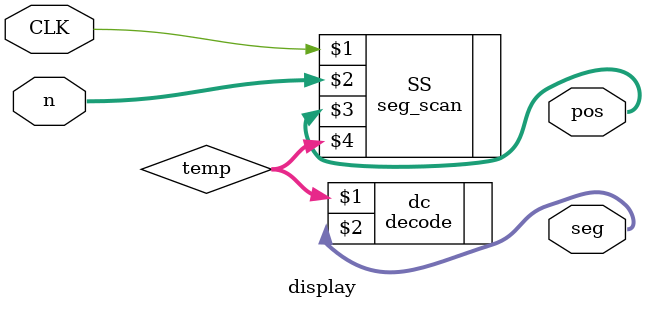
<source format=v>
`timescale 1ns / 1ps


module display(
    input CLK,
    input [7:0] n, // number 
    output [1:0] pos, // position to display
    output [7:0] seg  // 7 segment format
    );
    wire[7:0] temp;
    
    seg_scan SS(CLK, n, pos, temp);
    decode dc(temp, seg);
endmodule

</source>
